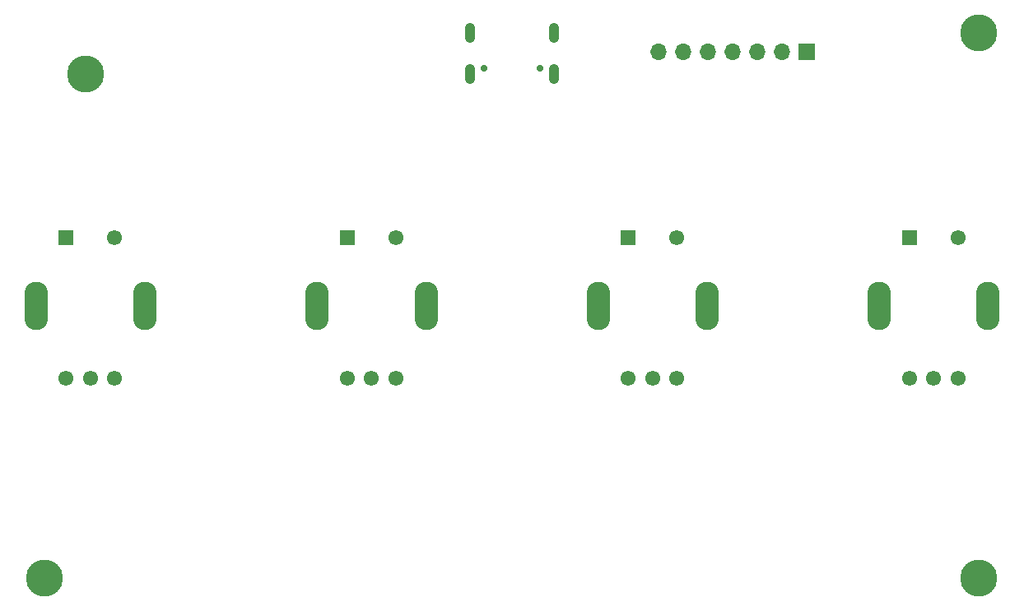
<source format=gbs>
%TF.GenerationSoftware,KiCad,Pcbnew,(6.0.1)*%
%TF.CreationDate,2022-03-17T17:33:48+01:00*%
%TF.ProjectId,Console,436f6e73-6f6c-4652-9e6b-696361645f70,v01*%
%TF.SameCoordinates,Original*%
%TF.FileFunction,Soldermask,Bot*%
%TF.FilePolarity,Negative*%
%FSLAX46Y46*%
G04 Gerber Fmt 4.6, Leading zero omitted, Abs format (unit mm)*
G04 Created by KiCad (PCBNEW (6.0.1)) date 2022-03-17 17:33:48*
%MOMM*%
%LPD*%
G01*
G04 APERTURE LIST*
G04 Aperture macros list*
%AMRoundRect*
0 Rectangle with rounded corners*
0 $1 Rounding radius*
0 $2 $3 $4 $5 $6 $7 $8 $9 X,Y pos of 4 corners*
0 Add a 4 corners polygon primitive as box body*
4,1,4,$2,$3,$4,$5,$6,$7,$8,$9,$2,$3,0*
0 Add four circle primitives for the rounded corners*
1,1,$1+$1,$2,$3*
1,1,$1+$1,$4,$5*
1,1,$1+$1,$6,$7*
1,1,$1+$1,$8,$9*
0 Add four rect primitives between the rounded corners*
20,1,$1+$1,$2,$3,$4,$5,0*
20,1,$1+$1,$4,$5,$6,$7,0*
20,1,$1+$1,$6,$7,$8,$9,0*
20,1,$1+$1,$8,$9,$2,$3,0*%
G04 Aperture macros list end*
%ADD10C,3.800000*%
%ADD11RoundRect,1.200000X0.000000X-1.300000X0.000000X-1.300000X0.000000X1.300000X0.000000X1.300000X0*%
%ADD12C,1.550000*%
%ADD13R,1.550000X1.550000*%
%ADD14R,1.700000X1.700000*%
%ADD15O,1.700000X1.700000*%
%ADD16C,0.700000*%
%ADD17O,1.050000X2.100000*%
G04 APERTURE END LIST*
D10*
%TO.C,REF\u002A\u002A*%
X194272000Y-123812000D03*
%TD*%
D11*
%TO.C,SW4*%
X126179000Y-95758000D03*
X137379000Y-95758000D03*
D12*
X129279000Y-103258000D03*
X134279000Y-103258000D03*
X131779000Y-103258000D03*
D13*
X129279000Y-88758000D03*
D12*
X134279000Y-88758000D03*
%TD*%
D11*
%TO.C,SW1*%
X183997000Y-95758000D03*
X195197000Y-95758000D03*
D12*
X187097000Y-103258000D03*
X192097000Y-103258000D03*
X189597000Y-103258000D03*
D13*
X187097000Y-88758000D03*
D12*
X192097000Y-88758000D03*
%TD*%
D14*
%TO.C,J2*%
X176535000Y-69596000D03*
D15*
X173995000Y-69596000D03*
X171455000Y-69596000D03*
X168915000Y-69596000D03*
X166375000Y-69596000D03*
X163835000Y-69596000D03*
X161295000Y-69596000D03*
%TD*%
D16*
%TO.C,J1*%
X143350000Y-71362000D03*
X149130000Y-71362000D03*
D17*
X150560000Y-71892000D03*
X141920000Y-71892000D03*
X150560000Y-67712000D03*
X141920000Y-67712000D03*
%TD*%
D11*
%TO.C,SW3*%
X155088000Y-95758000D03*
X166288000Y-95758000D03*
D12*
X158188000Y-103258000D03*
X163188000Y-103258000D03*
X160688000Y-103258000D03*
D13*
X158188000Y-88758000D03*
D12*
X163188000Y-88758000D03*
%TD*%
D10*
%TO.C,REF\u002A\u002A*%
X102362000Y-71882000D03*
%TD*%
%TO.C,REF\u002A\u002A*%
X98172000Y-123812000D03*
%TD*%
%TO.C,REF\u002A\u002A*%
X194272000Y-67712000D03*
%TD*%
D11*
%TO.C,SW2*%
X97270000Y-95758000D03*
X108470000Y-95758000D03*
D12*
X100370000Y-103258000D03*
X105370000Y-103258000D03*
X102870000Y-103258000D03*
D13*
X100370000Y-88758000D03*
D12*
X105370000Y-88758000D03*
%TD*%
M02*

</source>
